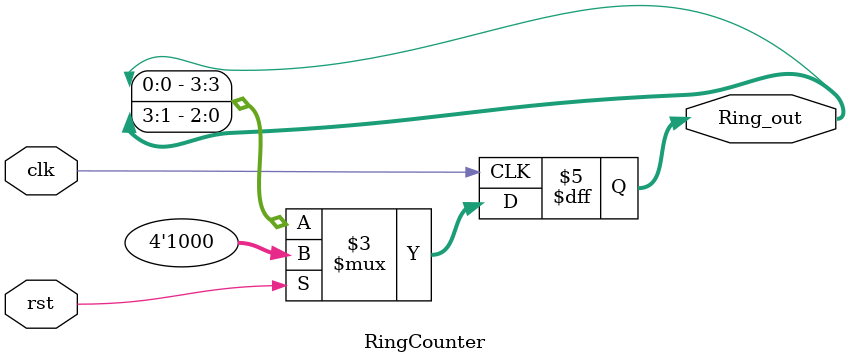
<source format=v>
module RingCounter(
    input clk,
    input rst,
    output reg [3:0] Ring_out
);
    always @(posedge clk) begin
        if (rst)
            Ring_out <= 4'b1000; 
        else
            Ring_out <= {Ring_out[0], Ring_out[3:1]};
    end
endmodule

</source>
